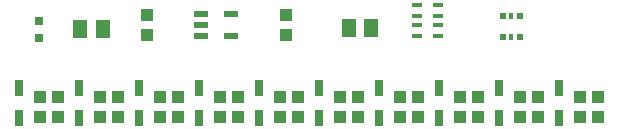
<source format=gbr>
G04 EAGLE Gerber RS-274X export*
G75*
%MOMM*%
%FSLAX34Y34*%
%LPD*%
%INSolderpaste Top*%
%IPPOS*%
%AMOC8*
5,1,8,0,0,1.08239X$1,22.5*%
G01*
%ADD10R,0.800000X1.350000*%
%ADD11R,1.300000X1.500000*%
%ADD12R,1.200000X0.550000*%
%ADD13R,1.000000X1.100000*%
%ADD14R,0.900000X0.450000*%
%ADD15R,0.500000X0.500000*%
%ADD16R,0.400000X0.500000*%
%ADD17R,0.800000X0.800000*%


D10*
X35560Y66040D03*
X35560Y40640D03*
D11*
X106020Y115570D03*
X87020Y115570D03*
D12*
X188929Y128880D03*
X188929Y119380D03*
X188929Y109880D03*
X214931Y109880D03*
X214931Y128880D03*
D11*
X333350Y116840D03*
X314350Y116840D03*
D13*
X261620Y127880D03*
X261620Y110880D03*
D14*
X389500Y136190D03*
X372500Y136190D03*
X389500Y127190D03*
X389500Y119190D03*
X389500Y110190D03*
X372500Y110190D03*
X372500Y127190D03*
X372500Y119190D03*
D15*
X459620Y127110D03*
D16*
X452120Y127110D03*
D15*
X444620Y127110D03*
X444620Y109110D03*
D16*
X452120Y109110D03*
D15*
X459620Y109110D03*
D17*
X52070Y108070D03*
X52070Y123070D03*
D13*
X53340Y41030D03*
X53340Y58030D03*
X68580Y41030D03*
X68580Y58030D03*
X143510Y110880D03*
X143510Y127880D03*
D10*
X86360Y66040D03*
X86360Y40640D03*
D13*
X104140Y41030D03*
X104140Y58030D03*
X119380Y41030D03*
X119380Y58030D03*
D10*
X137160Y66040D03*
X137160Y40640D03*
D13*
X154940Y41030D03*
X154940Y58030D03*
X170180Y41030D03*
X170180Y58030D03*
D10*
X187960Y66040D03*
X187960Y40640D03*
D13*
X205740Y41030D03*
X205740Y58030D03*
X220980Y41030D03*
X220980Y58030D03*
D10*
X238760Y66040D03*
X238760Y40640D03*
D13*
X256540Y41030D03*
X256540Y58030D03*
X271780Y41030D03*
X271780Y58030D03*
D10*
X289560Y66040D03*
X289560Y40640D03*
D13*
X307340Y41030D03*
X307340Y58030D03*
X322580Y41030D03*
X322580Y58030D03*
D10*
X391160Y66040D03*
X391160Y40640D03*
D13*
X408940Y41030D03*
X408940Y58030D03*
X424180Y41030D03*
X424180Y58030D03*
D10*
X441960Y66040D03*
X441960Y40640D03*
D13*
X459740Y41030D03*
X459740Y58030D03*
X474980Y41030D03*
X474980Y58030D03*
D10*
X492760Y66040D03*
X492760Y40640D03*
D13*
X510540Y41030D03*
X510540Y58030D03*
X525780Y41030D03*
X525780Y58030D03*
D10*
X340360Y66040D03*
X340360Y40640D03*
D13*
X358140Y41030D03*
X358140Y58030D03*
X373380Y41030D03*
X373380Y58030D03*
M02*

</source>
